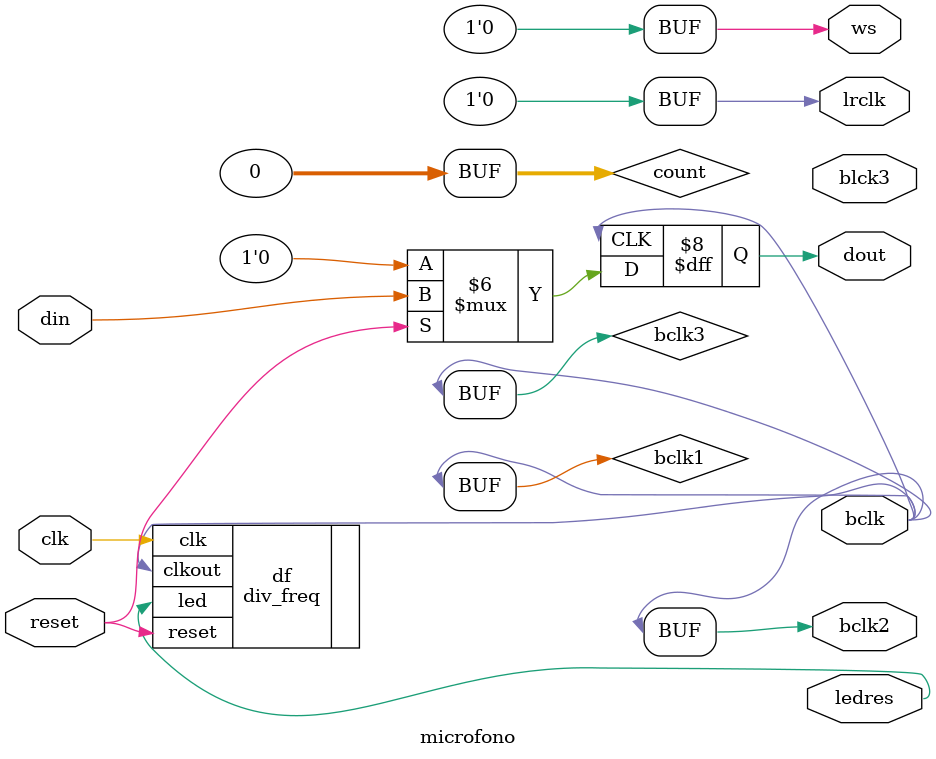
<source format=v>
module microfono
(
	input 		reset,	
	output 		ledres,
	input		clk,
	output		bclk,
	output    reg   ws,
	output 	  reg	lrclk,
        input           din,    
        output      reg dout,
	output          bclk2, 
	output reg	blck3 

);

wire bclk1;
assign bclk3=bclk1;
assign bclk2=bclk1;
assign bclk=bclk1;
reg [31:0] count= 0;
initial lrclk <= 0;
initial ws <= 0;

div_freq df(.clk(clk), .reset(reset),.clkout(bclk1),.led(ledres));

always @(posedge  bclk)
begin
	if (reset)
		begin
     		dout <= din;
    		end 
	else dout<=0;
	
end




endmodule

</source>
